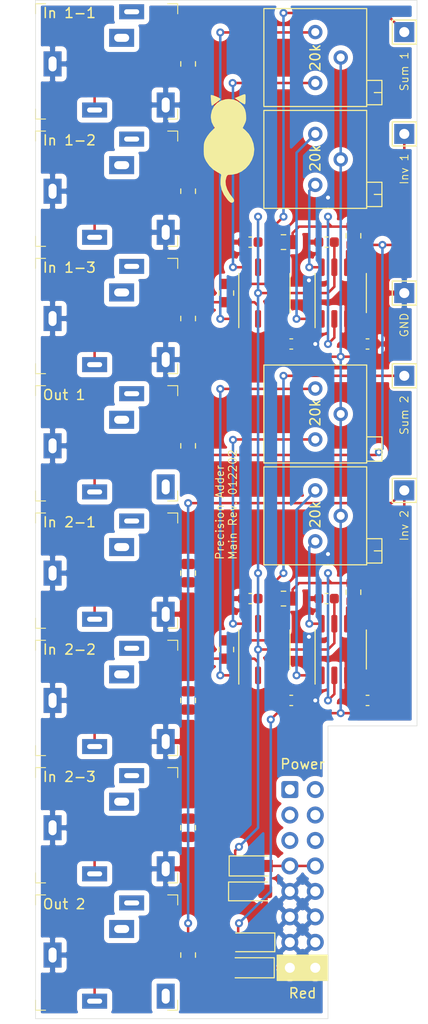
<source format=kicad_pcb>
(kicad_pcb (version 20171130) (host pcbnew "(5.1.10)-1")
  (layers (0 F.Cu signal) (31 B.Cu signal) (34 B.Paste user) (35 F.Paste user) (36 B.SilkS user) (37 F.SilkS user) (38 B.Mask user) (39 F.Mask user) (44 Edge.Cuts user))
  (net 0 "")
  (net 1 GND)
  (net 2 +12V)
  (net 3 -12V)
  (net 4 "Net-(D1-Pad2)")
  (net 5 "Net-(D2-Pad1)")
  (net 6 "Net-(J1-PadT)")
  (net 7 "Net-(J2-PadT)")
  (net 8 "Net-(J3-PadT)")
  (net 9 "Net-(J4-PadT)")
  (net 10 "Net-(J5-PadT)")
  (net 11 "Net-(J6-PadT)")
  (net 12 "Net-(J7-PadT)")
  (net 13 "Net-(J8-PadT)")
  (net 14 "Net-(R1-Pad2)")
  (net 15 "Net-(R1-Pad1)")
  (net 16 "Net-(R2-Pad2)")
  (net 17 "Net-(R2-Pad1)")
  (net 18 "Net-(R12-Pad1)")
  (net 19 "Net-(R11-Pad2)")
  (net 20 "Net-(R10-Pad1)")
  (net 21 "Net-(R12-Pad2)")
  (net 22 "Net-(RV1-Pad3)")
  (net 23 "Net-(RV1-Pad1)")
  (net 24 "Net-(RV2-Pad3)")
  (net 25 "Net-(RV2-Pad1)")
  (net 26 "Net-(RV3-Pad3)")
  (net 27 "Net-(RV3-Pad1)")
  (net 28 "Net-(RV4-Pad3)")
  (net 29 "Net-(RV4-Pad1)")
  (module Connector_Audio_QingPu:Jack_3.5mm_QingPu_WQP-PJ324M (layer F.Cu) (at 0 95.25)
    (fp_text reference J6 hide)
    (fp_text value "Out 2" (at 0.635 -5.08) (layer F.SilkS) (effects (justify left)))
    (pad T thru_hole rect (at 5.9 4.6) (size 2.5 1.5) (drill oval 1.5 0.5) (layers *.Cu *.Mask) (net 11 "Net-(J6-PadT)"))
    (pad R thru_hole rect (at 9.6 -5.2) (size 2.5 1.5) (drill oval 1.5 0.5) (layers *.Cu *.Mask))
    (pad TN thru_hole rect (at 13 4.1) (size 1.8 2.5) (drill oval 0.8 1.5) (layers *.Cu *.Mask))
    (pad RN thru_hole rect (at 8.6 -2.6) (size 2.5 1.8) (drill oval 1.5 0.8) (layers *.Cu *.Mask))
    (pad S thru_hole rect (at 1.7 0) (size 1.8 2.5) (drill oval 0.8 1.5) (layers *.Cu *.Mask) (net 1 GND))
  )
  (module Connector_Audio_QingPu:Jack_3.5mm_QingPu_WQP-PJ324M (layer F.Cu) (at 0 82.55)
    (fp_text reference J8 hide)
    (fp_text value "In 2-3" (at 0.635 -5.08) (layer F.SilkS) (effects (justify left)))
    (pad T thru_hole rect (at 5.9 4.6) (size 2.5 1.5) (drill oval 1.5 0.5) (layers *.Cu *.Mask) (net 13 "Net-(J8-PadT)"))
    (pad R thru_hole rect (at 9.6 -5.2) (size 2.5 1.5) (drill oval 1.5 0.5) (layers *.Cu *.Mask))
    (pad TN thru_hole rect (at 13 4.1) (size 1.8 2.5) (drill oval 0.8 1.5) (layers *.Cu *.Mask) (net 1 GND))
    (pad RN thru_hole rect (at 8.6 -2.6) (size 2.5 1.8) (drill oval 1.5 0.8) (layers *.Cu *.Mask))
    (pad S thru_hole rect (at 1.7 0) (size 1.8 2.5) (drill oval 0.8 1.5) (layers *.Cu *.Mask) (net 1 GND))
  )
  (module Connector_Audio_QingPu:Jack_3.5mm_QingPu_WQP-PJ324M (layer F.Cu) (at 0 69.85)
    (fp_text reference J7 hide)
    (fp_text value "In 2-2" (at 0.635 -5.08) (layer F.SilkS) (effects (justify left)))
    (pad T thru_hole rect (at 5.9 4.6) (size 2.5 1.5) (drill oval 1.5 0.5) (layers *.Cu *.Mask) (net 12 "Net-(J7-PadT)"))
    (pad R thru_hole rect (at 9.6 -5.2) (size 2.5 1.5) (drill oval 1.5 0.5) (layers *.Cu *.Mask))
    (pad TN thru_hole rect (at 13 4.1) (size 1.8 2.5) (drill oval 0.8 1.5) (layers *.Cu *.Mask) (net 1 GND))
    (pad RN thru_hole rect (at 8.6 -2.6) (size 2.5 1.8) (drill oval 1.5 0.8) (layers *.Cu *.Mask))
    (pad S thru_hole rect (at 1.7 0) (size 1.8 2.5) (drill oval 0.8 1.5) (layers *.Cu *.Mask) (net 1 GND))
  )
  (module Connector_Audio_QingPu:Jack_3.5mm_QingPu_WQP-PJ324M (layer F.Cu) (at 0 57.15)
    (fp_text reference J5 hide)
    (fp_text value "In 2-1" (at 0.635 -5.08) (layer F.SilkS) (effects (justify left)))
    (pad T thru_hole rect (at 5.9 4.6) (size 2.5 1.5) (drill oval 1.5 0.5) (layers *.Cu *.Mask) (net 10 "Net-(J5-PadT)"))
    (pad R thru_hole rect (at 9.6 -5.2) (size 2.5 1.5) (drill oval 1.5 0.5) (layers *.Cu *.Mask))
    (pad TN thru_hole rect (at 13 4.1) (size 1.8 2.5) (drill oval 0.8 1.5) (layers *.Cu *.Mask) (net 1 GND))
    (pad RN thru_hole rect (at 8.6 -2.6) (size 2.5 1.8) (drill oval 1.5 0.8) (layers *.Cu *.Mask))
    (pad S thru_hole rect (at 1.7 0) (size 1.8 2.5) (drill oval 0.8 1.5) (layers *.Cu *.Mask) (net 1 GND))
  )
  (module Connector_Audio_QingPu:Jack_3.5mm_QingPu_WQP-PJ324M (layer F.Cu) (at 0 31.75)
    (fp_text reference J4 hide)
    (fp_text value "In 1-3" (at 0.635 -5.08) (layer F.SilkS) (effects (justify left)))
    (pad T thru_hole rect (at 5.9 4.6) (size 2.5 1.5) (drill oval 1.5 0.5) (layers *.Cu *.Mask) (net 9 "Net-(J4-PadT)"))
    (pad R thru_hole rect (at 9.6 -5.2) (size 2.5 1.5) (drill oval 1.5 0.5) (layers *.Cu *.Mask))
    (pad TN thru_hole rect (at 13 4.1) (size 1.8 2.5) (drill oval 0.8 1.5) (layers *.Cu *.Mask) (net 1 GND))
    (pad RN thru_hole rect (at 8.6 -2.6) (size 2.5 1.8) (drill oval 1.5 0.8) (layers *.Cu *.Mask))
    (pad S thru_hole rect (at 1.7 0) (size 1.8 2.5) (drill oval 0.8 1.5) (layers *.Cu *.Mask) (net 1 GND))
  )
  (module Connector_Audio_QingPu:Jack_3.5mm_QingPu_WQP-PJ324M (layer F.Cu) (at 0 19.05)
    (fp_text reference J3 hide)
    (fp_text value "In 1-2" (at 0.635 -5.08) (layer F.SilkS) (effects (justify left)))
    (pad T thru_hole rect (at 5.9 4.6) (size 2.5 1.5) (drill oval 1.5 0.5) (layers *.Cu *.Mask) (net 8 "Net-(J3-PadT)"))
    (pad R thru_hole rect (at 9.6 -5.2) (size 2.5 1.5) (drill oval 1.5 0.5) (layers *.Cu *.Mask))
    (pad TN thru_hole rect (at 13 4.1) (size 1.8 2.5) (drill oval 0.8 1.5) (layers *.Cu *.Mask) (net 1 GND))
    (pad RN thru_hole rect (at 8.6 -2.6) (size 2.5 1.8) (drill oval 1.5 0.8) (layers *.Cu *.Mask))
    (pad S thru_hole rect (at 1.7 0) (size 1.8 2.5) (drill oval 0.8 1.5) (layers *.Cu *.Mask) (net 1 GND))
  )
  (module Connector_Audio_QingPu:Jack_3.5mm_QingPu_WQP-PJ324M (layer F.Cu) (at 0 44.45)
    (fp_text reference J2 hide)
    (fp_text value "Out 1" (at 0.635 -5.08) (layer F.SilkS) (effects (justify left)))
    (pad T thru_hole rect (at 5.9 4.6) (size 2.5 1.5) (drill oval 1.5 0.5) (layers *.Cu *.Mask) (net 7 "Net-(J2-PadT)"))
    (pad R thru_hole rect (at 9.6 -5.2) (size 2.5 1.5) (drill oval 1.5 0.5) (layers *.Cu *.Mask))
    (pad TN thru_hole rect (at 13 4.1) (size 1.8 2.5) (drill oval 0.8 1.5) (layers *.Cu *.Mask))
    (pad RN thru_hole rect (at 8.6 -2.6) (size 2.5 1.8) (drill oval 1.5 0.8) (layers *.Cu *.Mask))
    (pad S thru_hole rect (at 1.7 0) (size 1.8 2.5) (drill oval 0.8 1.5) (layers *.Cu *.Mask) (net 1 GND))
  )
  (module Connector_Audio_QingPu:Jack_3.5mm_QingPu_WQP-PJ324M (layer F.Cu) (at 0 6.35)
    (fp_text reference J1 hide)
    (fp_text value "In 1-1" (at 0.635 -5.08) (layer F.SilkS) (effects (justify left)))
    (pad T thru_hole rect (at 5.9 4.6) (size 2.5 1.5) (drill oval 1.5 0.5) (layers *.Cu *.Mask) (net 6 "Net-(J1-PadT)"))
    (pad R thru_hole rect (at 9.6 -5.2) (size 2.5 1.5) (drill oval 1.5 0.5) (layers *.Cu *.Mask))
    (pad TN thru_hole rect (at 13 4.1) (size 1.8 2.5) (drill oval 0.8 1.5) (layers *.Cu *.Mask) (net 1 GND))
    (pad RN thru_hole rect (at 8.6 -2.6) (size 2.5 1.8) (drill oval 1.5 0.8) (layers *.Cu *.Mask))
    (pad S thru_hole rect (at 1.7 0) (size 1.8 2.5) (drill oval 0.8 1.5) (layers *.Cu *.Mask) (net 1 GND))
  )
  (module CATs_Eurosynth_Specials:Power_2x8_Horizontal (layer F.Cu) (at 25.4 78.74)
    (fp_text reference J9 hide)
    (fp_text value Power hide)
    (fp_text user Red (at 1.27 20.32 180) (layer F.SilkS))
    (fp_text user Power (at 1.27 -2.54 180) (layer F.SilkS))
    (pad Gate thru_hole roundrect (at 0 0) (size 1.7 1.7) (drill 1) (layers *.Cu *.Mask) (roundrect_rratio 0.147))
    (pad CV thru_hole circle (at 0 2.54) (size 1.7 1.7) (drill 1) (layers *.Cu *.Mask))
    (pad +5V thru_hole circle (at 0 5.08) (size 1.7 1.7) (drill 1) (layers *.Cu *.Mask))
    (pad +12V thru_hole circle (at 0 7.62) (size 1.7 1.7) (drill 1) (layers *.Cu *.Mask) (net 4 "Net-(D1-Pad2)"))
    (pad GND thru_hole circle (at 0 10.16) (size 1.7 1.7) (drill 1) (layers *.Cu *.Mask) (net 1 GND))
    (pad GND thru_hole circle (at 0 12.7) (size 1.7 1.7) (drill 1) (layers *.Cu *.Mask) (net 1 GND))
    (pad GND thru_hole circle (at 0 15.24) (size 1.7 1.7) (drill 1) (layers *.Cu *.Mask) (net 1 GND))
    (pad -12V thru_hole circle (at 0 17.78) (size 1.7 1.7) (drill 1) (layers *.Cu *.Mask) (net 5 "Net-(D2-Pad1)"))
    (pad Gate thru_hole circle (at 2.54 0) (size 1.7 1.7) (drill 1) (layers *.Cu *.Mask))
    (pad CV thru_hole circle (at 2.54 2.54) (size 1.7 1.7) (drill 1) (layers *.Cu *.Mask))
    (pad +5V thru_hole circle (at 2.54 5.08) (size 1.7 1.7) (drill 1) (layers *.Cu *.Mask))
    (pad +12V thru_hole circle (at 2.54 7.62) (size 1.7 1.7) (drill 1) (layers *.Cu *.Mask) (net 4 "Net-(D1-Pad2)"))
    (pad GND thru_hole circle (at 2.54 10.16) (size 1.7 1.7) (drill 1) (layers *.Cu *.Mask) (net 1 GND))
    (pad GND thru_hole circle (at 2.54 12.7) (size 1.7 1.7) (drill 1) (layers *.Cu *.Mask) (net 1 GND))
    (pad GND thru_hole circle (at 2.54 15.24) (size 1.7 1.7) (drill 1) (layers *.Cu *.Mask) (net 1 GND))
    (pad -12V thru_hole circle (at 2.54 17.78) (size 1.7 1.7) (drill 1) (layers *.Cu *.Mask) (net 5 "Net-(D2-Pad1)"))
  )
  (module "CATs_Eurosynth_Specials:CATs Tiny" (layer F.Cu) (at 19.304 14.732)
    (fp_text reference G*** hide)
    (fp_text value LOGO hide)
  )
  (module Potentiometer_THT:Potentiometer_Bourns_3299P_Horizontal (layer F.Cu) (at 27.94 43.815 180)
    (fp_text reference RV4 hide)
    (fp_text value 20k (at 0 2.667 90) (layer F.SilkS))
    (pad 3 thru_hole circle (at 0 5.08 180) (size 1.44 1.44) (drill 0.8) (layers *.Cu *.Mask) (net 28 "Net-(RV4-Pad3)"))
    (pad 2 thru_hole circle (at -2.54 2.54 180) (size 1.44 1.44) (drill 0.8) (layers *.Cu *.Mask) (net 3 -12V))
    (pad 1 thru_hole circle (at 0 0 180) (size 1.44 1.44) (drill 0.8) (layers *.Cu *.Mask) (net 29 "Net-(RV4-Pad1)"))
  )
  (module Potentiometer_THT:Potentiometer_Bourns_3299P_Horizontal (layer F.Cu) (at 27.94 53.975 180)
    (fp_text reference RV3 hide)
    (fp_text value 20k (at 0 2.667 90) (layer F.SilkS))
    (pad 3 thru_hole circle (at 0 5.08 180) (size 1.44 1.44) (drill 0.8) (layers *.Cu *.Mask) (net 26 "Net-(RV3-Pad3)"))
    (pad 2 thru_hole circle (at -2.54 2.54 180) (size 1.44 1.44) (drill 0.8) (layers *.Cu *.Mask) (net 3 -12V))
    (pad 1 thru_hole circle (at 0 0 180) (size 1.44 1.44) (drill 0.8) (layers *.Cu *.Mask) (net 27 "Net-(RV3-Pad1)"))
  )
  (module Potentiometer_THT:Potentiometer_Bourns_3299P_Horizontal (layer F.Cu) (at 27.94 8.255 180)
    (fp_text reference RV2 hide)
    (fp_text value 20k (at 0 2.54 90) (layer F.SilkS))
    (pad 3 thru_hole circle (at 0 5.08 180) (size 1.44 1.44) (drill 0.8) (layers *.Cu *.Mask) (net 24 "Net-(RV2-Pad3)"))
    (pad 2 thru_hole circle (at -2.54 2.54 180) (size 1.44 1.44) (drill 0.8) (layers *.Cu *.Mask) (net 3 -12V))
    (pad 1 thru_hole circle (at 0 0 180) (size 1.44 1.44) (drill 0.8) (layers *.Cu *.Mask) (net 25 "Net-(RV2-Pad1)"))
  )
  (module Potentiometer_THT:Potentiometer_Bourns_3299P_Horizontal (layer F.Cu) (at 27.94 18.415 180)
    (fp_text reference RV1 hide)
    (fp_text value 20k (at 0 2.667 90) (layer F.SilkS))
    (pad 3 thru_hole circle (at 0 5.08 180) (size 1.44 1.44) (drill 0.8) (layers *.Cu *.Mask) (net 22 "Net-(RV1-Pad3)"))
    (pad 2 thru_hole circle (at -2.54 2.54 180) (size 1.44 1.44) (drill 0.8) (layers *.Cu *.Mask) (net 3 -12V))
    (pad 1 thru_hole circle (at 0 0 180) (size 1.44 1.44) (drill 0.8) (layers *.Cu *.Mask) (net 23 "Net-(RV1-Pad1)"))
  )
  (module TestPoint:TestPoint_THTPad_2.0x2.0mm_Drill1.0mm (layer F.Cu) (at 36.83 37.465)
    (fp_text reference TP5 hide)
    (fp_text value "Sum 2" (at 0 1.905 90) (layer F.SilkS) (effects (font (size 0.8 0.8) (thickness 0.1)) (justify right)))
    (pad 1 thru_hole rect (at 0 0) (size 2 2) (drill 1) (layers *.Cu *.Mask) (net 21 "Net-(R12-Pad2)"))
  )
  (module TestPoint:TestPoint_THTPad_2.0x2.0mm_Drill1.0mm (layer F.Cu) (at 36.83 48.895)
    (fp_text reference TP4 hide)
    (fp_text value "Inv 2" (at 0 1.905 90) (layer F.SilkS) (effects (font (size 0.8 0.8) (thickness 0.1)) (justify right)))
    (pad 1 thru_hole rect (at 0 0) (size 2 2) (drill 1) (layers *.Cu *.Mask) (net 19 "Net-(R11-Pad2)"))
  )
  (module TestPoint:TestPoint_THTPad_2.0x2.0mm_Drill1.0mm (layer F.Cu) (at 36.83 29.21)
    (fp_text reference TP3 hide)
    (fp_text value GND (at 0 1.905 90) (layer F.SilkS) (effects (font (size 0.8 0.8) (thickness 0.1)) (justify right)))
    (pad 1 thru_hole rect (at 0 0) (size 2 2) (drill 1) (layers *.Cu *.Mask) (net 1 GND))
  )
  (module TestPoint:TestPoint_THTPad_2.0x2.0mm_Drill1.0mm (layer F.Cu) (at 36.83 3.175)
    (fp_text reference TP2 hide)
    (fp_text value "Sum 1" (at 0 1.905 90) (layer F.SilkS) (effects (font (size 0.8 0.8) (thickness 0.1)) (justify right)))
    (pad 1 thru_hole rect (at 0 0) (size 2 2) (drill 1) (layers *.Cu *.Mask) (net 17 "Net-(R2-Pad1)"))
  )
  (module TestPoint:TestPoint_THTPad_2.0x2.0mm_Drill1.0mm (layer F.Cu) (at 36.83 13.335)
    (fp_text reference TP1 hide)
    (fp_text value "Inv 1" (at 0 1.905 90) (layer F.SilkS) (effects (font (size 0.8 0.8) (thickness 0.1)) (justify right)))
    (pad 1 thru_hole rect (at 0 0) (size 2 2) (drill 1) (layers *.Cu *.Mask) (net 15 "Net-(R1-Pad1)"))
  )
  (module Package_SO:SO-8_3.9x4.9mm_P1.27mm (layer F.Cu) (at 22.86 64.77 90)
    (fp_text reference U4 hide)
    (fp_text value OP07CDR hide)
    (pad 8 smd roundrect (at 2.575 -1.905 90) (size 1.75 0.6) (layers F.Cu F.Paste F.Mask) (net 29 "Net-(RV4-Pad1)"))
    (pad 7 smd roundrect (at 2.575 -0.635 90) (size 1.75 0.6) (layers F.Cu F.Paste F.Mask) (net 2 +12V))
    (pad 6 smd roundrect (at 2.575 0.635 90) (size 1.75 0.6) (layers F.Cu F.Paste F.Mask) (net 21 "Net-(R12-Pad2)"))
    (pad 5 smd roundrect (at 2.575 1.905 90) (size 1.75 0.6) (layers F.Cu F.Paste F.Mask))
    (pad 4 smd roundrect (at -2.575 1.905 90) (size 1.75 0.6) (layers F.Cu F.Paste F.Mask) (net 3 -12V))
    (pad 3 smd roundrect (at -2.575 0.635 90) (size 1.75 0.6) (layers F.Cu F.Paste F.Mask) (net 1 GND))
    (pad 2 smd roundrect (at -2.575 -0.635 90) (size 1.75 0.6) (layers F.Cu F.Paste F.Mask) (net 20 "Net-(R10-Pad1)"))
    (pad 1 smd roundrect (at -2.575 -1.905 90) (size 1.75 0.6) (layers F.Cu F.Paste F.Mask) (net 28 "Net-(RV4-Pad3)"))
  )
  (module Package_SO:SO-8_3.9x4.9mm_P1.27mm (layer F.Cu) (at 30.48 64.77 90)
    (fp_text reference U3 hide)
    (fp_text value OP07CDR hide)
    (pad 8 smd roundrect (at 2.575 -1.905 90) (size 1.75 0.6) (layers F.Cu F.Paste F.Mask) (net 27 "Net-(RV3-Pad1)"))
    (pad 7 smd roundrect (at 2.575 -0.635 90) (size 1.75 0.6) (layers F.Cu F.Paste F.Mask) (net 2 +12V))
    (pad 6 smd roundrect (at 2.575 0.635 90) (size 1.75 0.6) (layers F.Cu F.Paste F.Mask) (net 19 "Net-(R11-Pad2)"))
    (pad 5 smd roundrect (at 2.575 1.905 90) (size 1.75 0.6) (layers F.Cu F.Paste F.Mask))
    (pad 4 smd roundrect (at -2.575 1.905 90) (size 1.75 0.6) (layers F.Cu F.Paste F.Mask) (net 3 -12V))
    (pad 3 smd roundrect (at -2.575 0.635 90) (size 1.75 0.6) (layers F.Cu F.Paste F.Mask) (net 1 GND))
    (pad 2 smd roundrect (at -2.575 -0.635 90) (size 1.75 0.6) (layers F.Cu F.Paste F.Mask) (net 18 "Net-(R12-Pad1)"))
    (pad 1 smd roundrect (at -2.575 -1.905 90) (size 1.75 0.6) (layers F.Cu F.Paste F.Mask) (net 26 "Net-(RV3-Pad3)"))
  )
  (module Package_SO:SO-8_3.9x4.9mm_P1.27mm (layer F.Cu) (at 22.86 29.21 90)
    (fp_text reference U2 hide)
    (fp_text value OP07CDR hide)
    (pad 8 smd roundrect (at 2.575 -1.905 90) (size 1.75 0.6) (layers F.Cu F.Paste F.Mask) (net 25 "Net-(RV2-Pad1)"))
    (pad 7 smd roundrect (at 2.575 -0.635 90) (size 1.75 0.6) (layers F.Cu F.Paste F.Mask) (net 2 +12V))
    (pad 6 smd roundrect (at 2.575 0.635 90) (size 1.75 0.6) (layers F.Cu F.Paste F.Mask) (net 17 "Net-(R2-Pad1)"))
    (pad 5 smd roundrect (at 2.575 1.905 90) (size 1.75 0.6) (layers F.Cu F.Paste F.Mask))
    (pad 4 smd roundrect (at -2.575 1.905 90) (size 1.75 0.6) (layers F.Cu F.Paste F.Mask) (net 3 -12V))
    (pad 3 smd roundrect (at -2.575 0.635 90) (size 1.75 0.6) (layers F.Cu F.Paste F.Mask) (net 1 GND))
    (pad 2 smd roundrect (at -2.575 -0.635 90) (size 1.75 0.6) (layers F.Cu F.Paste F.Mask) (net 16 "Net-(R2-Pad2)"))
    (pad 1 smd roundrect (at -2.575 -1.905 90) (size 1.75 0.6) (layers F.Cu F.Paste F.Mask) (net 24 "Net-(RV2-Pad3)"))
  )
  (module Package_SO:SO-8_3.9x4.9mm_P1.27mm (layer F.Cu) (at 30.48 29.21 90)
    (fp_text reference U1 hide)
    (fp_text value OP07CDR hide)
    (pad 8 smd roundrect (at 2.575 -1.905 90) (size 1.75 0.6) (layers F.Cu F.Paste F.Mask) (net 23 "Net-(RV1-Pad1)"))
    (pad 7 smd roundrect (at 2.575 -0.635 90) (size 1.75 0.6) (layers F.Cu F.Paste F.Mask) (net 2 +12V))
    (pad 6 smd roundrect (at 2.575 0.635 90) (size 1.75 0.6) (layers F.Cu F.Paste F.Mask) (net 15 "Net-(R1-Pad1)"))
    (pad 5 smd roundrect (at 2.575 1.905 90) (size 1.75 0.6) (layers F.Cu F.Paste F.Mask))
    (pad 4 smd roundrect (at -2.575 1.905 90) (size 1.75 0.6) (layers F.Cu F.Paste F.Mask) (net 3 -12V))
    (pad 3 smd roundrect (at -2.575 0.635 90) (size 1.75 0.6) (layers F.Cu F.Paste F.Mask) (net 1 GND))
    (pad 2 smd roundrect (at -2.575 -0.635 90) (size 1.75 0.6) (layers F.Cu F.Paste F.Mask) (net 14 "Net-(R1-Pad2)"))
    (pad 1 smd roundrect (at -2.575 -1.905 90) (size 1.75 0.6) (layers F.Cu F.Paste F.Mask) (net 22 "Net-(RV1-Pad3)"))
  )
  (module Resistor_SMD:R_0805_2012Metric (layer F.Cu) (at 15.24 82.55 90)
    (fp_text reference R14 hide)
    (fp_text value "100k ±0.05%" hide)
    (pad 2 smd roundrect (at 0.9125 0 90) (size 1.025 1.4) (layers F.Cu F.Paste F.Mask) (roundrect_rratio 0.243902) (net 13 "Net-(J8-PadT)"))
    (pad 1 smd roundrect (at -0.9125 0 90) (size 1.025 1.4) (layers F.Cu F.Paste F.Mask) (roundrect_rratio 0.243902) (net 20 "Net-(R10-Pad1)"))
  )
  (module Resistor_SMD:R_0805_2012Metric (layer F.Cu) (at 15.24 69.85 90)
    (fp_text reference R13 hide)
    (fp_text value "100k ±0.05%" hide)
    (pad 2 smd roundrect (at 0.9125 0 90) (size 1.025 1.4) (layers F.Cu F.Paste F.Mask) (roundrect_rratio 0.243902) (net 12 "Net-(J7-PadT)"))
    (pad 1 smd roundrect (at -0.9125 0 90) (size 1.025 1.4) (layers F.Cu F.Paste F.Mask) (roundrect_rratio 0.243902) (net 20 "Net-(R10-Pad1)"))
  )
  (module Resistor_SMD:R_0805_2012Metric (layer F.Cu) (at 24.765 59.69 180)
    (fp_text reference R12 hide)
    (fp_text value "100k ±0.05%" hide)
    (pad 2 smd roundrect (at 0.9125 0 180) (size 1.025 1.4) (layers F.Cu F.Paste F.Mask) (roundrect_rratio 0.243902) (net 21 "Net-(R12-Pad2)"))
    (pad 1 smd roundrect (at -0.9125 0 180) (size 1.025 1.4) (layers F.Cu F.Paste F.Mask) (roundrect_rratio 0.243902) (net 18 "Net-(R12-Pad1)"))
  )
  (module Resistor_SMD:R_0805_2012Metric (layer F.Cu) (at 15.24 95.25 90)
    (fp_text reference R11 hide)
    (fp_text value 240 hide)
    (pad 2 smd roundrect (at 0.9125 0 90) (size 1.025 1.4) (layers F.Cu F.Paste F.Mask) (roundrect_rratio 0.243902) (net 19 "Net-(R11-Pad2)"))
    (pad 1 smd roundrect (at -0.9125 0 90) (size 1.025 1.4) (layers F.Cu F.Paste F.Mask) (roundrect_rratio 0.243902) (net 11 "Net-(J6-PadT)"))
  )
  (module Resistor_SMD:R_0805_2012Metric (layer F.Cu) (at 15.24 57.15 90)
    (fp_text reference R10 hide)
    (fp_text value "100k ±0.05%" hide)
    (pad 2 smd roundrect (at 0.9125 0 90) (size 1.025 1.4) (layers F.Cu F.Paste F.Mask) (roundrect_rratio 0.243902) (net 10 "Net-(J5-PadT)"))
    (pad 1 smd roundrect (at -0.9125 0 90) (size 1.025 1.4) (layers F.Cu F.Paste F.Mask) (roundrect_rratio 0.243902) (net 20 "Net-(R10-Pad1)"))
  )
  (module Resistor_SMD:R_0805_2012Metric (layer F.Cu) (at 19.05 64.77 270)
    (fp_text reference R9 hide)
    (fp_text value "100k ±0.05%" hide)
    (pad 2 smd roundrect (at 0.9125 0 270) (size 1.025 1.4) (layers F.Cu F.Paste F.Mask) (roundrect_rratio 0.243902) (net 20 "Net-(R10-Pad1)"))
    (pad 1 smd roundrect (at -0.9125 0 270) (size 1.025 1.4) (layers F.Cu F.Paste F.Mask) (roundrect_rratio 0.243902) (net 21 "Net-(R12-Pad2)"))
  )
  (module Resistor_SMD:R_0805_2012Metric (layer F.Cu) (at 31.75 59.055 90)
    (fp_text reference R8 hide)
    (fp_text value "100k ±0.05%" hide)
    (pad 2 smd roundrect (at 0.9125 0 90) (size 1.025 1.4) (layers F.Cu F.Paste F.Mask) (roundrect_rratio 0.243902) (net 18 "Net-(R12-Pad1)"))
    (pad 1 smd roundrect (at -0.9125 0 90) (size 1.025 1.4) (layers F.Cu F.Paste F.Mask) (roundrect_rratio 0.243902) (net 19 "Net-(R11-Pad2)"))
  )
  (module Resistor_SMD:R_0805_2012Metric (layer F.Cu) (at 15.24 31.75 90)
    (fp_text reference R7 hide)
    (fp_text value "100k ±0.05%" hide)
    (pad 2 smd roundrect (at 0.9125 0 90) (size 1.025 1.4) (layers F.Cu F.Paste F.Mask) (roundrect_rratio 0.243902) (net 9 "Net-(J4-PadT)"))
    (pad 1 smd roundrect (at -0.9125 0 90) (size 1.025 1.4) (layers F.Cu F.Paste F.Mask) (roundrect_rratio 0.243902) (net 16 "Net-(R2-Pad2)"))
  )
  (module Resistor_SMD:R_0805_2012Metric (layer F.Cu) (at 15.24 19.05 90)
    (fp_text reference R6 hide)
    (fp_text value "100k ±0.05%" hide)
    (pad 2 smd roundrect (at 0.9125 0 90) (size 1.025 1.4) (layers F.Cu F.Paste F.Mask) (roundrect_rratio 0.243902) (net 8 "Net-(J3-PadT)"))
    (pad 1 smd roundrect (at -0.9125 0 90) (size 1.025 1.4) (layers F.Cu F.Paste F.Mask) (roundrect_rratio 0.243902) (net 16 "Net-(R2-Pad2)"))
  )
  (module Resistor_SMD:R_0805_2012Metric (layer F.Cu) (at 24.765 24.13 180)
    (fp_text reference R5 hide)
    (fp_text value "100k ±0.05%" hide)
    (pad 2 smd roundrect (at 0.9125 0 180) (size 1.025 1.4) (layers F.Cu F.Paste F.Mask) (roundrect_rratio 0.243902) (net 17 "Net-(R2-Pad1)"))
    (pad 1 smd roundrect (at -0.9125 0 180) (size 1.025 1.4) (layers F.Cu F.Paste F.Mask) (roundrect_rratio 0.243902) (net 14 "Net-(R1-Pad2)"))
  )
  (module Resistor_SMD:R_0805_2012Metric (layer F.Cu) (at 15.24 44.45 270)
    (fp_text reference R4 hide)
    (fp_text value 240 hide)
    (pad 2 smd roundrect (at 0.9125 0 270) (size 1.025 1.4) (layers F.Cu F.Paste F.Mask) (roundrect_rratio 0.243902) (net 15 "Net-(R1-Pad1)"))
    (pad 1 smd roundrect (at -0.9125 0 270) (size 1.025 1.4) (layers F.Cu F.Paste F.Mask) (roundrect_rratio 0.243902) (net 7 "Net-(J2-PadT)"))
  )
  (module Resistor_SMD:R_0805_2012Metric (layer F.Cu) (at 15.24 6.35 90)
    (fp_text reference R3 hide)
    (fp_text value "100k ±0.05%" hide)
    (pad 2 smd roundrect (at 0.9125 0 90) (size 1.025 1.4) (layers F.Cu F.Paste F.Mask) (roundrect_rratio 0.243902) (net 6 "Net-(J1-PadT)"))
    (pad 1 smd roundrect (at -0.9125 0 90) (size 1.025 1.4) (layers F.Cu F.Paste F.Mask) (roundrect_rratio 0.243902) (net 16 "Net-(R2-Pad2)"))
  )
  (module Resistor_SMD:R_0805_2012Metric (layer F.Cu) (at 19.05 29.21 270)
    (fp_text reference R2 hide)
    (fp_text value "100k ±0.05%" hide)
    (pad 2 smd roundrect (at 0.9125 0 270) (size 1.025 1.4) (layers F.Cu F.Paste F.Mask) (roundrect_rratio 0.243902) (net 16 "Net-(R2-Pad2)"))
    (pad 1 smd roundrect (at -0.9125 0 270) (size 1.025 1.4) (layers F.Cu F.Paste F.Mask) (roundrect_rratio 0.243902) (net 17 "Net-(R2-Pad1)"))
  )
  (module Resistor_SMD:R_0805_2012Metric (layer F.Cu) (at 31.75 23.495 90)
    (fp_text reference R1 hide)
    (fp_text value "100k ±0.05%" hide)
    (pad 2 smd roundrect (at 0.9125 0 90) (size 1.025 1.4) (layers F.Cu F.Paste F.Mask) (roundrect_rratio 0.243902) (net 14 "Net-(R1-Pad2)"))
    (pad 1 smd roundrect (at -0.9125 0 90) (size 1.025 1.4) (layers F.Cu F.Paste F.Mask) (roundrect_rratio 0.243902) (net 15 "Net-(R1-Pad1)"))
  )
  (module Diode_SMD:D_SOD-123 (layer F.Cu) (at 21.59 96.52 180)
    (fp_text reference D2 hide)
    (fp_text value "B5819W SL" hide)
    (pad 2 smd rect (at 1.65 0 180) (size 0.9 1.2) (layers F.Cu F.Paste F.Mask) (net 3 -12V))
    (pad 1 smd rect (at -1.65 0 180) (size 0.9 1.2) (layers F.Cu F.Paste F.Mask) (net 5 "Net-(D2-Pad1)"))
  )
  (module Diode_SMD:D_SOD-123 (layer F.Cu) (at 21.59 86.36)
    (fp_text reference D1 hide)
    (fp_text value "B5819W SL" hide)
    (pad 2 smd rect (at 1.65 0) (size 0.9 1.2) (layers F.Cu F.Paste F.Mask) (net 4 "Net-(D1-Pad2)"))
    (pad 1 smd rect (at -1.65 0) (size 0.9 1.2) (layers F.Cu F.Paste F.Mask) (net 2 +12V))
  )
  (module Capacitor_SMD:C_0603_1608Metric (layer F.Cu) (at 33.16 69.85 180)
    (fp_text reference C10 hide)
    (fp_text value 100n hide)
    (pad 2 smd roundrect (at 0.775 0 180) (size 0.9 0.95) (layers F.Cu F.Paste F.Mask) (net 3 -12V))
    (pad 1 smd roundrect (at -0.775 0 180) (size 0.9 0.95) (layers F.Cu F.Paste F.Mask) (net 1 GND))
  )
  (module Capacitor_SMD:C_0603_1608Metric (layer F.Cu) (at 25.54 69.85 180)
    (fp_text reference C9 hide)
    (fp_text value 100n hide)
    (pad 2 smd roundrect (at 0.775 0 180) (size 0.9 0.95) (layers F.Cu F.Paste F.Mask) (net 3 -12V))
    (pad 1 smd roundrect (at -0.775 0 180) (size 0.9 0.95) (layers F.Cu F.Paste F.Mask) (net 1 GND))
  )
  (module Capacitor_SMD:C_0603_1608Metric (layer F.Cu) (at 33.16 34.29 180)
    (fp_text reference C8 hide)
    (fp_text value 100n hide)
    (pad 2 smd roundrect (at 0.775 0 180) (size 0.9 0.95) (layers F.Cu F.Paste F.Mask) (net 3 -12V))
    (pad 1 smd roundrect (at -0.775 0 180) (size 0.9 0.95) (layers F.Cu F.Paste F.Mask) (net 1 GND))
  )
  (module Capacitor_SMD:C_0603_1608Metric (layer F.Cu) (at 25.54 34.29 180)
    (fp_text reference C7 hide)
    (fp_text value 100n hide)
    (pad 2 smd roundrect (at 0.775 0 180) (size 0.9 0.95) (layers F.Cu F.Paste F.Mask) (net 3 -12V))
    (pad 1 smd roundrect (at -0.775 0 180) (size 0.9 0.95) (layers F.Cu F.Paste F.Mask) (net 1 GND))
  )
  (module Capacitor_Tantalum_SMD:CP_EIA-3216-18_Kemet-A (layer F.Cu) (at 21.59 93.98 180)
    (fp_text reference C6 hide)
    (fp_text value 10u hide)
    (pad 2 smd roundrect (at 1.35 0 180) (size 1.4 1.35) (layers F.Cu F.Paste F.Mask) (roundrect_rratio 0.185185) (net 3 -12V))
    (pad 1 smd roundrect (at -1.35 0 180) (size 1.4 1.35) (layers F.Cu F.Paste F.Mask) (roundrect_rratio 0.185185) (net 1 GND))
  )
  (module Capacitor_SMD:C_0603_1608Metric (layer F.Cu) (at 29.07 59.69 180)
    (fp_text reference C5 hide)
    (fp_text value 100n hide)
    (pad 2 smd roundrect (at 0.775 0 180) (size 0.9 0.95) (layers F.Cu F.Paste F.Mask) (net 1 GND))
    (pad 1 smd roundrect (at -0.775 0 180) (size 0.9 0.95) (layers F.Cu F.Paste F.Mask) (net 2 +12V))
  )
  (module Capacitor_SMD:C_0603_1608Metric (layer F.Cu) (at 21.45 59.69 180)
    (fp_text reference C4 hide)
    (fp_text value 100n hide)
    (pad 2 smd roundrect (at 0.775 0 180) (size 0.9 0.95) (layers F.Cu F.Paste F.Mask) (net 1 GND))
    (pad 1 smd roundrect (at -0.775 0 180) (size 0.9 0.95) (layers F.Cu F.Paste F.Mask) (net 2 +12V))
  )
  (module Capacitor_SMD:C_0603_1608Metric (layer F.Cu) (at 29.07 24.13 180)
    (fp_text reference C3 hide)
    (fp_text value 100n hide)
    (pad 2 smd roundrect (at 0.775 0 180) (size 0.9 0.95) (layers F.Cu F.Paste F.Mask) (net 1 GND))
    (pad 1 smd roundrect (at -0.775 0 180) (size 0.9 0.95) (layers F.Cu F.Paste F.Mask) (net 2 +12V))
  )
  (module Capacitor_SMD:C_0603_1608Metric (layer F.Cu) (at 21.45 24.13 180)
    (fp_text reference C2 hide)
    (fp_text value 100n hide)
    (pad 2 smd roundrect (at 0.775 0 180) (size 0.9 0.95) (layers F.Cu F.Paste F.Mask) (net 1 GND))
    (pad 1 smd roundrect (at -0.775 0 180) (size 0.9 0.95) (layers F.Cu F.Paste F.Mask) (net 2 +12V))
  )
  (module Capacitor_Tantalum_SMD:CP_EIA-3216-18_Kemet-A (layer F.Cu) (at 21.59 88.9)
    (fp_text reference C1 hide)
    (fp_text value 10u hide)
    (pad 2 smd roundrect (at 1.35 0) (size 1.4 1.35) (layers F.Cu F.Paste F.Mask) (roundrect_rratio 0.185185) (net 1 GND))
    (pad 1 smd roundrect (at -1.35 0) (size 1.4 1.35) (layers F.Cu F.Paste F.Mask) (roundrect_rratio 0.185185) (net 2 +12V))
  )
  (gr_text "Precision Adder\nMain Rev. 012202" (at 19.05 55.88 90) (layer F.SilkS) (effects (font (size 0.8 0.8) (thickness 0.1)) (justify left)))
  (gr_line (start 29.21 72.39) (end 29.21 101.6) (layer Edge.Cuts) (width 0.05))
  (gr_line (start 38.1 72.39) (end 29.21 72.39) (layer Edge.Cuts) (width 0.05))
  (gr_line (start 0 101.6) (end 0 0) (layer Edge.Cuts) (width 0.05))
  (gr_line (start 29.21 101.6) (end 0 101.6) (layer Edge.Cuts) (width 0.05))
  (gr_line (start 38.1 0) (end 38.1 72.39) (layer Edge.Cuts) (width 0.05))
  (gr_line (start 0 0) (end 38.1 0) (layer Edge.Cuts) (width 0.05))
  (via (at 27.94 34.29) (size 0.8) (drill 0.4) (layers F.Cu B.Cu) (net 1))
  (via (at 27.305 27.94) (size 0.8) (drill 0.4) (layers F.Cu B.Cu) (net 1))
  (via (at 27.94 69.85) (size 0.8) (drill 0.4) (layers F.Cu B.Cu) (net 1))
  (via (at 29.21 55.245) (size 0.8) (drill 0.4) (layers F.Cu B.Cu) (net 1))
  (via (at 29.21 19.685) (size 0.8) (drill 0.4) (layers F.Cu B.Cu) (net 1))
  (via (at 27.305 63.5) (size 0.8) (drill 0.4) (layers F.Cu B.Cu) (net 1))
  (via (at 20.32 84.455) (size 0.8) (drill 0.4) (layers F.Cu B.Cu) (net 2))
  (via (at 22.225 21.59) (size 0.8) (drill 0.4) (layers F.Cu B.Cu) (net 2))
  (via (at 22.225 57.15) (size 0.8) (drill 0.4) (layers F.Cu B.Cu) (net 2))
  (segment (start 19.94 88.6) (end 20.24 88.9) (width 0.25) (layer F.Cu) (net 2))
  (segment (start 19.94 86.36) (end 19.94 88.6) (width 0.25) (layer F.Cu) (net 2))
  (segment (start 22.225 26.635) (end 22.225 24.13) (width 0.25) (layer F.Cu) (net 2))
  (segment (start 29.845 26.635) (end 29.845 24.13) (width 0.25) (layer F.Cu) (net 2))
  (segment (start 22.225 59.69) (end 22.225 62.195) (width 0.25) (layer F.Cu) (net 2))
  (segment (start 29.845 59.69) (end 29.845 62.195) (width 0.25) (layer F.Cu) (net 2))
  (segment (start 29.845 64.135) (end 29.21 64.77) (width 0.25) (layer F.Cu) (net 2))
  (segment (start 29.845 62.195) (end 29.845 64.135) (width 0.25) (layer F.Cu) (net 2))
  (segment (start 22.225 59.69) (end 22.225 57.15) (width 0.25) (layer F.Cu) (net 2))
  (segment (start 22.225 64.77) (end 22.225 57.15) (width 0.25) (layer B.Cu) (net 2))
  (segment (start 22.225 64.77) (end 22.225 64.77) (width 0.25) (layer B.Cu) (net 2))
  (segment (start 29.845 26.635) (end 29.845 28.575) (width 0.25) (layer F.Cu) (net 2))
  (segment (start 29.845 28.575) (end 29.21 29.21) (width 0.25) (layer F.Cu) (net 2))
  (segment (start 29.21 29.21) (end 22.225 29.21) (width 0.25) (layer F.Cu) (net 2))
  (segment (start 22.225 29.21) (end 22.225 29.21) (width 0.25) (layer F.Cu) (net 2))
  (via (at 22.225 29.21) (size 0.8) (drill 0.4) (layers F.Cu B.Cu) (net 2))
  (segment (start 22.225 57.15) (end 22.225 29.21) (width 0.25) (layer B.Cu) (net 2))
  (segment (start 22.225 21.59) (end 22.225 24.13) (width 0.25) (layer F.Cu) (net 2))
  (segment (start 22.225 21.59) (end 22.225 29.21) (width 0.25) (layer B.Cu) (net 2))
  (via (at 22.225 64.77) (size 0.8) (drill 0.4) (layers F.Cu B.Cu) (net 2))
  (segment (start 22.225 64.77) (end 29.21 64.77) (width 0.25) (layer F.Cu) (net 2))
  (segment (start 22.225 82.55) (end 20.32 84.455) (width 0.25) (layer B.Cu) (net 2))
  (segment (start 22.225 64.77) (end 22.225 82.55) (width 0.25) (layer B.Cu) (net 2))
  (segment (start 19.94 84.835) (end 20.32 84.455) (width 0.25) (layer F.Cu) (net 2))
  (segment (start 19.94 86.36) (end 19.94 84.835) (width 0.25) (layer F.Cu) (net 2))
  (via (at 20.32 92.075) (size 0.8) (drill 0.4) (layers F.Cu B.Cu) (net 3))
  (via (at 30.48 35.56) (size 0.8) (drill 0.4) (layers F.Cu B.Cu) (net 3))
  (via (at 30.48 71.12) (size 0.8) (drill 0.4) (layers F.Cu B.Cu) (net 3))
  (segment (start 19.94 94.28) (end 20.24 93.98) (width 0.25) (layer F.Cu) (net 3))
  (segment (start 19.94 96.52) (end 19.94 94.28) (width 0.25) (layer F.Cu) (net 3))
  (segment (start 24.765 31.785) (end 24.765 34.29) (width 0.25) (layer F.Cu) (net 3))
  (segment (start 32.385 34.29) (end 32.385 31.785) (width 0.25) (layer F.Cu) (net 3))
  (segment (start 24.765 69.85) (end 24.765 67.345) (width 0.25) (layer F.Cu) (net 3))
  (segment (start 32.385 69.85) (end 32.385 67.345) (width 0.25) (layer F.Cu) (net 3))
  (segment (start 30.48 71.12) (end 31.75 71.12) (width 0.25) (layer F.Cu) (net 3))
  (segment (start 32.385 70.485) (end 31.75 71.12) (width 0.25) (layer F.Cu) (net 3))
  (segment (start 32.385 69.85) (end 32.385 70.485) (width 0.25) (layer F.Cu) (net 3))
  (segment (start 24.765 69.85) (end 24.765 70.485) (width 0.25) (layer F.Cu) (net 3))
  (segment (start 25.4 71.12) (end 30.48 71.12) (width 0.25) (layer F.Cu) (net 3))
  (segment (start 24.765 70.485) (end 25.4 71.12) (width 0.25) (layer F.Cu) (net 3))
  (segment (start 30.48 71.12) (end 30.48 51.435) (width 0.25) (layer B.Cu) (net 3))
  (segment (start 30.48 51.435) (end 30.48 41.275) (width 0.25) (layer B.Cu) (net 3))
  (segment (start 30.48 41.275) (end 30.48 35.56) (width 0.25) (layer B.Cu) (net 3))
  (segment (start 30.48 35.56) (end 30.48 15.875) (width 0.25) (layer B.Cu) (net 3))
  (segment (start 30.48 15.875) (end 30.48 5.715) (width 0.25) (layer B.Cu) (net 3))
  (segment (start 30.48 35.56) (end 31.75 35.56) (width 0.25) (layer F.Cu) (net 3))
  (segment (start 32.385 34.925) (end 32.385 34.29) (width 0.25) (layer F.Cu) (net 3))
  (segment (start 31.75 35.56) (end 32.385 34.925) (width 0.25) (layer F.Cu) (net 3))
  (segment (start 30.48 35.56) (end 25.4 35.56) (width 0.25) (layer F.Cu) (net 3))
  (segment (start 24.765 34.925) (end 24.765 34.29) (width 0.25) (layer F.Cu) (net 3))
  (segment (start 25.4 35.56) (end 24.765 34.925) (width 0.25) (layer F.Cu) (net 3))
  (segment (start 25.4 71.12) (end 24.13 71.12) (width 0.25) (layer F.Cu) (net 3))
  (segment (start 24.13 71.12) (end 23.495 71.755) (width 0.25) (layer F.Cu) (net 3))
  (segment (start 23.495 71.755) (end 23.495 71.755) (width 0.25) (layer F.Cu) (net 3))
  (via (at 23.495 71.755) (size 0.8) (drill 0.4) (layers F.Cu B.Cu) (net 3))
  (segment (start 23.495 88.9) (end 20.32 92.075) (width 0.25) (layer B.Cu) (net 3))
  (segment (start 23.495 71.755) (end 23.495 88.9) (width 0.25) (layer B.Cu) (net 3))
  (segment (start 20.24 92.155) (end 20.32 92.075) (width 0.25) (layer F.Cu) (net 3))
  (segment (start 20.24 93.98) (end 20.24 92.155) (width 0.25) (layer F.Cu) (net 3))
  (segment (start 27.94 86.36) (end 25.4 86.36) (width 0.25) (layer F.Cu) (net 4))
  (segment (start 25.4 86.36) (end 23.24 86.36) (width 0.25) (layer F.Cu) (net 4))
  (segment (start 27.94 96.52) (end 25.4 96.52) (width 0.25) (layer F.Cu) (net 5))
  (segment (start 25.4 96.52) (end 23.24 96.52) (width 0.25) (layer F.Cu) (net 5))
  (segment (start 5.9 6.165) (end 5.9 10.95) (width 0.25) (layer F.Cu) (net 6))
  (segment (start 6.6275 5.4375) (end 5.9 6.165) (width 0.25) (layer F.Cu) (net 6))
  (segment (start 15.24 5.4375) (end 6.6275 5.4375) (width 0.25) (layer F.Cu) (net 6))
  (segment (start 5.9 49.05) (end 5.9 44.265) (width 0.25) (layer F.Cu) (net 7))
  (segment (start 6.6275 43.5375) (end 15.24 43.5375) (width 0.25) (layer F.Cu) (net 7))
  (segment (start 5.9 44.265) (end 6.6275 43.5375) (width 0.25) (layer F.Cu) (net 7))
  (segment (start 5.9 18.865) (end 5.9 23.65) (width 0.25) (layer F.Cu) (net 8))
  (segment (start 6.6275 18.1375) (end 5.9 18.865) (width 0.25) (layer F.Cu) (net 8))
  (segment (start 15.24 18.1375) (end 6.6275 18.1375) (width 0.25) (layer F.Cu) (net 8))
  (segment (start 5.9 31.565) (end 5.9 36.35) (width 0.25) (layer F.Cu) (net 9))
  (segment (start 6.6275 30.8375) (end 5.9 31.565) (width 0.25) (layer F.Cu) (net 9))
  (segment (start 15.24 30.8375) (end 6.6275 30.8375) (width 0.25) (layer F.Cu) (net 9))
  (segment (start 5.9 61.75) (end 5.9 56.965) (width 0.25) (layer F.Cu) (net 10))
  (segment (start 6.6275 56.2375) (end 15.24 56.2375) (width 0.25) (layer F.Cu) (net 10))
  (segment (start 5.9 56.965) (end 6.6275 56.2375) (width 0.25) (layer F.Cu) (net 10))
  (segment (start 5.9 99.85) (end 5.9 96.716) (width 0.25) (layer F.Cu) (net 11))
  (segment (start 6.4535 96.1625) (end 15.24 96.1625) (width 0.25) (layer F.Cu) (net 11))
  (segment (start 5.9 96.716) (end 6.4535 96.1625) (width 0.25) (layer F.Cu) (net 11))
  (segment (start 5.9 69.665) (end 5.9 74.45) (width 0.25) (layer F.Cu) (net 12))
  (segment (start 6.6275 68.9375) (end 5.9 69.665) (width 0.25) (layer F.Cu) (net 12))
  (segment (start 15.24 68.9375) (end 6.6275 68.9375) (width 0.25) (layer F.Cu) (net 12))
  (segment (start 5.9 87.15) (end 5.9 82.365) (width 0.25) (layer F.Cu) (net 13))
  (segment (start 6.6275 81.6375) (end 15.24 81.6375) (width 0.25) (layer F.Cu) (net 13))
  (segment (start 5.9 82.365) (end 6.6275 81.6375) (width 0.25) (layer F.Cu) (net 13))
  (via (at 29.21 21.59) (size 0.8) (drill 0.4) (layers F.Cu B.Cu) (net 14))
  (segment (start 25.6775 23.2175) (end 25.6775 24.13) (width 0.25) (layer F.Cu) (net 14))
  (segment (start 26.3125 22.5825) (end 25.6775 23.2175) (width 0.25) (layer F.Cu) (net 14))
  (segment (start 29.21 22.225) (end 29.5675 22.5825) (width 0.25) (layer F.Cu) (net 14))
  (segment (start 29.21 21.59) (end 29.21 22.225) (width 0.25) (layer F.Cu) (net 14))
  (segment (start 29.5675 22.5825) (end 26.3125 22.5825) (width 0.25) (layer F.Cu) (net 14))
  (segment (start 31.75 22.5825) (end 29.5675 22.5825) (width 0.25) (layer F.Cu) (net 14))
  (segment (start 29.21 21.59) (end 29.21 34.29) (width 0.25) (layer B.Cu) (net 14))
  (segment (start 29.21 34.29) (end 29.21 34.29) (width 0.25) (layer B.Cu) (net 14))
  (via (at 29.21 34.29) (size 0.8) (drill 0.4) (layers F.Cu B.Cu) (net 14))
  (segment (start 29.845 33.655) (end 29.21 34.29) (width 0.25) (layer F.Cu) (net 14))
  (segment (start 29.845 31.785) (end 29.845 33.655) (width 0.25) (layer F.Cu) (net 14))
  (segment (start 31.115 25.0425) (end 31.75 24.4075) (width 0.25) (layer F.Cu) (net 15))
  (segment (start 31.115 26.635) (end 31.115 25.0425) (width 0.25) (layer F.Cu) (net 15))
  (segment (start 34.29 45.085) (end 34.29 45.085) (width 0.25) (layer B.Cu) (net 15))
  (via (at 34.29 45.085) (size 0.8) (drill 0.4) (layers F.Cu B.Cu) (net 15))
  (segment (start 34.0125 45.3625) (end 34.29 45.085) (width 0.25) (layer F.Cu) (net 15))
  (segment (start 15.24 45.3625) (end 34.0125 45.3625) (width 0.25) (layer F.Cu) (net 15))
  (segment (start 35.9175 24.4075) (end 34.6475 24.4075) (width 0.25) (layer F.Cu) (net 15))
  (segment (start 36.83 23.495) (end 35.9175 24.4075) (width 0.25) (layer F.Cu) (net 15))
  (segment (start 36.83 13.335) (end 36.83 23.495) (width 0.25) (layer F.Cu) (net 15))
  (segment (start 34.6475 24.4075) (end 31.75 24.4075) (width 0.25) (layer F.Cu) (net 15))
  (via (at 34.6475 24.4075) (size 0.8) (drill 0.4) (layers F.Cu B.Cu) (net 15))
  (segment (start 34.6475 44.7275) (end 34.29 45.085) (width 0.25) (layer B.Cu) (net 15))
  (segment (start 34.6475 24.4075) (end 34.6475 44.7275) (width 0.25) (layer B.Cu) (net 15))
  (segment (start 15.24 7.2625) (end 16.1525 7.2625) (width 0.25) (layer F.Cu) (net 16))
  (segment (start 16.1525 7.2625) (end 16.26501 7.37501) (width 0.25) (layer F.Cu) (net 16))
  (segment (start 15.74252 32.6625) (end 15.24 32.6625) (width 0.25) (layer F.Cu) (net 16))
  (segment (start 16.26501 32.14001) (end 15.74252 32.6625) (width 0.25) (layer F.Cu) (net 16))
  (segment (start 15.66252 19.9625) (end 16.26501 20.56499) (width 0.25) (layer F.Cu) (net 16))
  (segment (start 15.24 19.9625) (end 15.66252 19.9625) (width 0.25) (layer F.Cu) (net 16))
  (segment (start 16.26501 7.37501) (end 16.26501 20.56499) (width 0.25) (layer F.Cu) (net 16))
  (segment (start 19.05 30.1225) (end 16.29752 30.1225) (width 0.25) (layer F.Cu) (net 16))
  (segment (start 16.29752 30.1225) (end 16.26501 30.08999) (width 0.25) (layer F.Cu) (net 16))
  (segment (start 16.26501 30.08999) (end 16.26501 32.14001) (width 0.25) (layer F.Cu) (net 16))
  (segment (start 16.26501 20.56499) (end 16.26501 30.08999) (width 0.25) (layer F.Cu) (net 16))
  (segment (start 19.05 30.1225) (end 21.8675 30.1225) (width 0.25) (layer F.Cu) (net 16))
  (segment (start 22.225 30.48) (end 22.225 31.785) (width 0.25) (layer F.Cu) (net 16))
  (segment (start 21.8675 30.1225) (end 22.225 30.48) (width 0.25) (layer F.Cu) (net 16))
  (via (at 24.765 21.59) (size 0.8) (drill 0.4) (layers F.Cu B.Cu) (net 17))
  (segment (start 19.05 28.2975) (end 23.1375 28.2975) (width 0.25) (layer F.Cu) (net 17))
  (segment (start 23.495 27.94) (end 23.495 26.635) (width 0.25) (layer F.Cu) (net 17))
  (segment (start 23.1375 28.2975) (end 23.495 27.94) (width 0.25) (layer F.Cu) (net 17))
  (segment (start 23.495 24.4875) (end 23.8525 24.13) (width 0.25) (layer F.Cu) (net 17))
  (segment (start 23.495 26.635) (end 23.495 24.4875) (width 0.25) (layer F.Cu) (net 17))
  (segment (start 23.8525 22.5025) (end 24.765 21.59) (width 0.25) (layer F.Cu) (net 17))
  (segment (start 23.8525 24.13) (end 23.8525 22.5025) (width 0.25) (layer F.Cu) (net 17))
  (segment (start 24.765 21.59) (end 24.765 1.27) (width 0.25) (layer B.Cu) (net 17))
  (segment (start 24.765 1.27) (end 24.765 1.27) (width 0.25) (layer B.Cu) (net 17))
  (via (at 24.765 1.27) (size 0.8) (drill 0.4) (layers F.Cu B.Cu) (net 17))
  (segment (start 34.925 1.27) (end 36.83 3.175) (width 0.25) (layer F.Cu) (net 17))
  (segment (start 24.765 1.27) (end 34.925 1.27) (width 0.25) (layer F.Cu) (net 17))
  (via (at 29.21 69.85) (size 0.8) (drill 0.4) (layers F.Cu B.Cu) (net 18))
  (via (at 29.21 57.15) (size 0.8) (drill 0.4) (layers F.Cu B.Cu) (net 18))
  (segment (start 25.6775 58.7775) (end 25.6775 59.69) (width 0.25) (layer F.Cu) (net 18))
  (segment (start 26.3125 58.1425) (end 25.6775 58.7775) (width 0.25) (layer F.Cu) (net 18))
  (segment (start 29.21 57.785) (end 29.5675 58.1425) (width 0.25) (layer F.Cu) (net 18))
  (segment (start 29.21 57.15) (end 29.21 57.785) (width 0.25) (layer F.Cu) (net 18))
  (segment (start 29.5675 58.1425) (end 26.3125 58.1425) (width 0.25) (layer F.Cu) (net 18))
  (segment (start 31.75 58.1425) (end 29.5675 58.1425) (width 0.25) (layer F.Cu) (net 18))
  (segment (start 29.845 69.215) (end 29.21 69.85) (width 0.25) (layer F.Cu) (net 18))
  (segment (start 29.845 67.345) (end 29.845 69.215) (width 0.25) (layer F.Cu) (net 18))
  (segment (start 29.21 69.85) (end 29.21 57.15) (width 0.25) (layer B.Cu) (net 18))
  (segment (start 31.115 60.6025) (end 31.75 59.9675) (width 0.25) (layer F.Cu) (net 19))
  (segment (start 31.115 62.195) (end 31.115 60.6025) (width 0.25) (layer F.Cu) (net 19))
  (segment (start 31.75 59.9675) (end 36.0445 59.9675) (width 0.25) (layer F.Cu) (net 19))
  (segment (start 36.83 59.182) (end 36.83 48.895) (width 0.25) (layer F.Cu) (net 19))
  (segment (start 36.0445 59.9675) (end 36.83 59.182) (width 0.25) (layer F.Cu) (net 19))
  (segment (start 17.145 50.165) (end 17.145 50.165) (width 0.25) (layer F.Cu) (net 19))
  (segment (start 35.56 50.165) (end 36.83 48.895) (width 0.25) (layer F.Cu) (net 19))
  (segment (start 15.24 50.165) (end 35.56 50.165) (width 0.25) (layer F.Cu) (net 19))
  (via (at 15.24 50.165) (size 0.8) (drill 0.4) (layers F.Cu B.Cu) (net 19))
  (segment (start 15.24 50.165) (end 15.24 92.075) (width 0.25) (layer B.Cu) (net 19))
  (segment (start 15.24 92.075) (end 15.24 92.075) (width 0.25) (layer B.Cu) (net 19))
  (via (at 15.24 92.075) (size 0.8) (drill 0.4) (layers F.Cu B.Cu) (net 19))
  (segment (start 15.24 92.075) (end 15.24 94.3375) (width 0.25) (layer F.Cu) (net 19))
  (segment (start 16.1525 58.0625) (end 15.24 58.0625) (width 0.25) (layer F.Cu) (net 20))
  (segment (start 16.51 58.42) (end 16.1525 58.0625) (width 0.25) (layer F.Cu) (net 20))
  (segment (start 16.2325 83.4625) (end 16.51 83.185) (width 0.25) (layer F.Cu) (net 20))
  (segment (start 15.24 83.4625) (end 16.2325 83.4625) (width 0.25) (layer F.Cu) (net 20))
  (segment (start 15.24 70.7625) (end 16.2325 70.7625) (width 0.25) (layer F.Cu) (net 20))
  (segment (start 16.2325 70.7625) (end 16.51 70.485) (width 0.25) (layer F.Cu) (net 20))
  (segment (start 16.51 83.185) (end 16.51 70.485) (width 0.25) (layer F.Cu) (net 20))
  (segment (start 19.05 65.6825) (end 16.7875 65.6825) (width 0.25) (layer F.Cu) (net 20))
  (segment (start 16.7875 65.6825) (end 16.51 65.405) (width 0.25) (layer F.Cu) (net 20))
  (segment (start 16.51 65.405) (end 16.51 58.42) (width 0.25) (layer F.Cu) (net 20))
  (segment (start 16.51 70.485) (end 16.51 65.405) (width 0.25) (layer F.Cu) (net 20))
  (segment (start 19.05 65.6825) (end 21.8675 65.6825) (width 0.25) (layer F.Cu) (net 20))
  (segment (start 22.225 66.04) (end 22.225 67.345) (width 0.25) (layer F.Cu) (net 20))
  (segment (start 21.8675 65.6825) (end 22.225 66.04) (width 0.25) (layer F.Cu) (net 20))
  (via (at 24.765 57.15) (size 0.8) (drill 0.4) (layers F.Cu B.Cu) (net 21))
  (segment (start 19.05 63.8575) (end 23.1375 63.8575) (width 0.25) (layer F.Cu) (net 21))
  (segment (start 23.495 63.5) (end 23.495 62.195) (width 0.25) (layer F.Cu) (net 21))
  (segment (start 23.1375 63.8575) (end 23.495 63.5) (width 0.25) (layer F.Cu) (net 21))
  (segment (start 23.495 60.0475) (end 23.8525 59.69) (width 0.25) (layer F.Cu) (net 21))
  (segment (start 23.495 62.195) (end 23.495 60.0475) (width 0.25) (layer F.Cu) (net 21))
  (segment (start 23.8525 58.0625) (end 24.765 57.15) (width 0.25) (layer F.Cu) (net 21))
  (segment (start 23.8525 59.69) (end 23.8525 58.0625) (width 0.25) (layer F.Cu) (net 21))
  (segment (start 24.765 57.15) (end 24.765 37.465) (width 0.25) (layer B.Cu) (net 21))
  (segment (start 24.765 37.465) (end 24.765 37.465) (width 0.25) (layer B.Cu) (net 21))
  (via (at 24.765 37.465) (size 0.8) (drill 0.4) (layers F.Cu B.Cu) (net 21))
  (segment (start 24.765 37.465) (end 36.83 37.465) (width 0.25) (layer F.Cu) (net 21))
  (segment (start 28.575 31.785) (end 26.07 31.785) (width 0.25) (layer F.Cu) (net 22))
  (segment (start 26.07 31.785) (end 26.07 31.785) (width 0.25) (layer F.Cu) (net 22))
  (via (at 26.07 31.785) (size 0.8) (drill 0.4) (layers F.Cu B.Cu) (net 22))
  (segment (start 26.07 15.205) (end 27.94 13.335) (width 0.25) (layer B.Cu) (net 22))
  (segment (start 26.07 31.785) (end 26.07 15.205) (width 0.25) (layer B.Cu) (net 22))
  (segment (start 28.575 26.635) (end 27.34 26.635) (width 0.25) (layer F.Cu) (net 23))
  (segment (start 27.34 26.635) (end 27.34 26.635) (width 0.25) (layer F.Cu) (net 23))
  (via (at 27.34 26.635) (size 0.8) (drill 0.4) (layers F.Cu B.Cu) (net 23))
  (segment (start 27.34 19.015) (end 27.94 18.415) (width 0.25) (layer B.Cu) (net 23))
  (segment (start 27.34 26.635) (end 27.34 19.015) (width 0.25) (layer B.Cu) (net 23))
  (segment (start 20.955 31.785) (end 18.45 31.785) (width 0.25) (layer F.Cu) (net 24))
  (segment (start 18.45 31.785) (end 18.45 31.785) (width 0.25) (layer F.Cu) (net 24))
  (via (at 18.45 31.785) (size 0.8) (drill 0.4) (layers F.Cu B.Cu) (net 24))
  (segment (start 18.45 31.785) (end 18.45 3.21) (width 0.25) (layer B.Cu) (net 24))
  (segment (start 18.45 3.21) (end 18.45 3.21) (width 0.25) (layer B.Cu) (net 24))
  (via (at 18.45 3.21) (size 0.8) (drill 0.4) (layers F.Cu B.Cu) (net 24))
  (segment (start 27.905 3.21) (end 27.94 3.175) (width 0.25) (layer F.Cu) (net 24))
  (segment (start 18.45 3.21) (end 27.905 3.21) (width 0.25) (layer F.Cu) (net 24))
  (segment (start 20.955 26.635) (end 19.72 26.635) (width 0.25) (layer F.Cu) (net 25))
  (segment (start 19.72 26.635) (end 19.72 26.635) (width 0.25) (layer F.Cu) (net 25))
  (via (at 19.72 26.635) (size 0.8) (drill 0.4) (layers F.Cu B.Cu) (net 25))
  (segment (start 19.72 26.635) (end 19.72 8.29) (width 0.25) (layer B.Cu) (net 25))
  (segment (start 19.72 8.29) (end 19.685 8.255) (width 0.25) (layer B.Cu) (net 25))
  (segment (start 19.685 8.255) (end 19.685 8.255) (width 0.25) (layer B.Cu) (net 25))
  (via (at 19.685 8.255) (size 0.8) (drill 0.4) (layers F.Cu B.Cu) (net 25))
  (segment (start 19.685 8.255) (end 27.94 8.255) (width 0.25) (layer F.Cu) (net 25))
  (segment (start 28.575 67.345) (end 26.07 67.345) (width 0.25) (layer F.Cu) (net 26))
  (segment (start 26.07 67.345) (end 26.07 67.345) (width 0.25) (layer F.Cu) (net 26))
  (via (at 26.07 67.345) (size 0.8) (drill 0.4) (layers F.Cu B.Cu) (net 26))
  (segment (start 26.07 67.345) (end 26.07 50.835) (width 0.25) (layer B.Cu) (net 26))
  (segment (start 27.94 48.965) (end 27.94 48.895) (width 0.25) (layer B.Cu) (net 26))
  (segment (start 26.07 50.835) (end 27.94 48.965) (width 0.25) (layer B.Cu) (net 26))
  (segment (start 28.575 62.195) (end 27.34 62.195) (width 0.25) (layer F.Cu) (net 27))
  (segment (start 27.34 62.195) (end 27.34 62.195) (width 0.25) (layer F.Cu) (net 27))
  (via (at 27.34 62.195) (size 0.8) (drill 0.4) (layers F.Cu B.Cu) (net 27))
  (segment (start 27.34 54.575) (end 27.94 53.975) (width 0.25) (layer B.Cu) (net 27))
  (segment (start 27.34 62.195) (end 27.34 54.575) (width 0.25) (layer B.Cu) (net 27))
  (segment (start 20.955 67.345) (end 18.45 67.345) (width 0.25) (layer F.Cu) (net 28))
  (segment (start 18.45 67.345) (end 18.45 67.345) (width 0.25) (layer F.Cu) (net 28))
  (via (at 18.45 67.345) (size 0.8) (drill 0.4) (layers F.Cu B.Cu) (net 28))
  (segment (start 18.45 67.345) (end 18.45 38.77) (width 0.25) (layer B.Cu) (net 28))
  (segment (start 18.45 38.77) (end 18.45 38.77) (width 0.25) (layer B.Cu) (net 28))
  (via (at 18.45 38.77) (size 0.8) (drill 0.4) (layers F.Cu B.Cu) (net 28))
  (segment (start 27.905 38.77) (end 27.94 38.735) (width 0.25) (layer F.Cu) (net 28))
  (segment (start 18.45 38.77) (end 27.905 38.77) (width 0.25) (layer F.Cu) (net 28))
  (segment (start 20.955 62.195) (end 19.72 62.195) (width 0.25) (layer F.Cu) (net 29))
  (segment (start 19.72 62.195) (end 19.72 62.195) (width 0.25) (layer F.Cu) (net 29))
  (via (at 19.72 62.195) (size 0.8) (drill 0.4) (layers F.Cu B.Cu) (net 29))
  (segment (start 19.72 62.195) (end 19.72 43.85) (width 0.25) (layer B.Cu) (net 29))
  (segment (start 19.72 43.85) (end 19.72 43.85) (width 0.25) (layer B.Cu) (net 29))
  (via (at 19.72 43.85) (size 0.8) (drill 0.4) (layers F.Cu B.Cu) (net 29))
  (segment (start 19.755 43.815) (end 19.72 43.85) (width 0.25) (layer F.Cu) (net 29))
  (segment (start 27.94 43.815) (end 19.755 43.815) (width 0.25) (layer F.Cu) (net 29))
  (zone (net 1) (net_name GND) (layer F.Cu) (connect_pads (clearance 0.508)) (min_thickness 0.254) (fill yes (arc_segments 32) (thermal_gap 0.508) (thermal_bridge_width 0.508))
    (polygon (pts (xy 38.1 72.39) (xy 29.21 72.39) (xy 29.21 101.6) (xy 0 101.6) (xy 0 0) (xy 38.1 0)))
  )
  (zone (net 1) (net_name GND) (layer B.Cu) (connect_pads (clearance 0.508)) (min_thickness 0.254) (fill yes (arc_segments 32) (thermal_gap 0.508) (thermal_bridge_width 0.508))
    (polygon (pts (xy 38.1 72.39) (xy 29.21 72.39) (xy 29.21 101.6) (xy 0 101.6) (xy 0 0) (xy 38.1 0)))
  )
)
</source>
